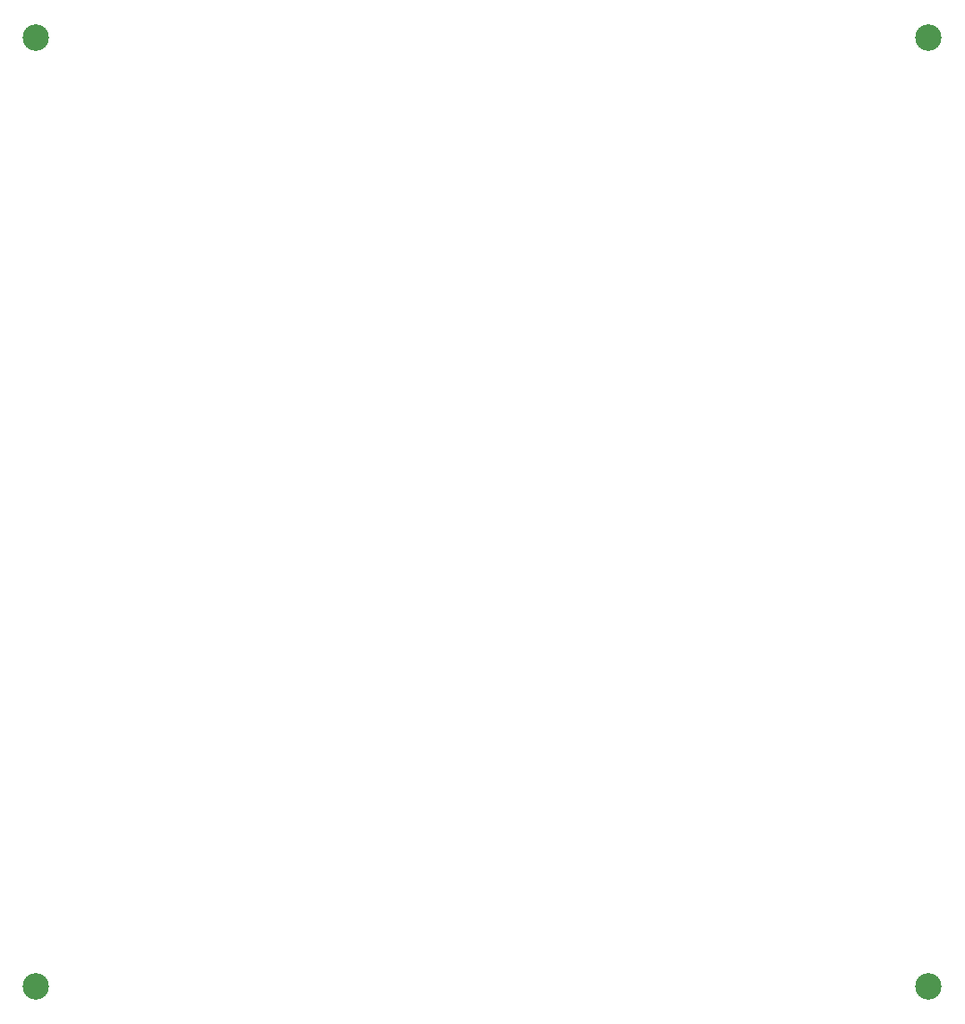
<source format=gbr>
%TF.GenerationSoftware,KiCad,Pcbnew,5.1.8*%
%TF.CreationDate,2020-11-14T22:04:08+01:00*%
%TF.ProjectId,M037,4d303337-2e6b-4696-9361-645f70636258,rev?*%
%TF.SameCoordinates,Original*%
%TF.FileFunction,NonPlated,1,2,NPTH,Drill*%
%TF.FilePolarity,Positive*%
%FSLAX46Y46*%
G04 Gerber Fmt 4.6, Leading zero omitted, Abs format (unit mm)*
G04 Created by KiCad (PCBNEW 5.1.8) date 2020-11-14 22:04:08*
%MOMM*%
%LPD*%
G01*
G04 APERTURE LIST*
%TA.AperFunction,ComponentDrill*%
%ADD10C,2.500000*%
%TD*%
G04 APERTURE END LIST*
D10*
%TO.C,REF\u002A\u002A*%
X169500000Y-40000000D03*
X85000000Y-40000000D03*
X85000000Y-129750000D03*
X169500000Y-129750000D03*
M02*

</source>
